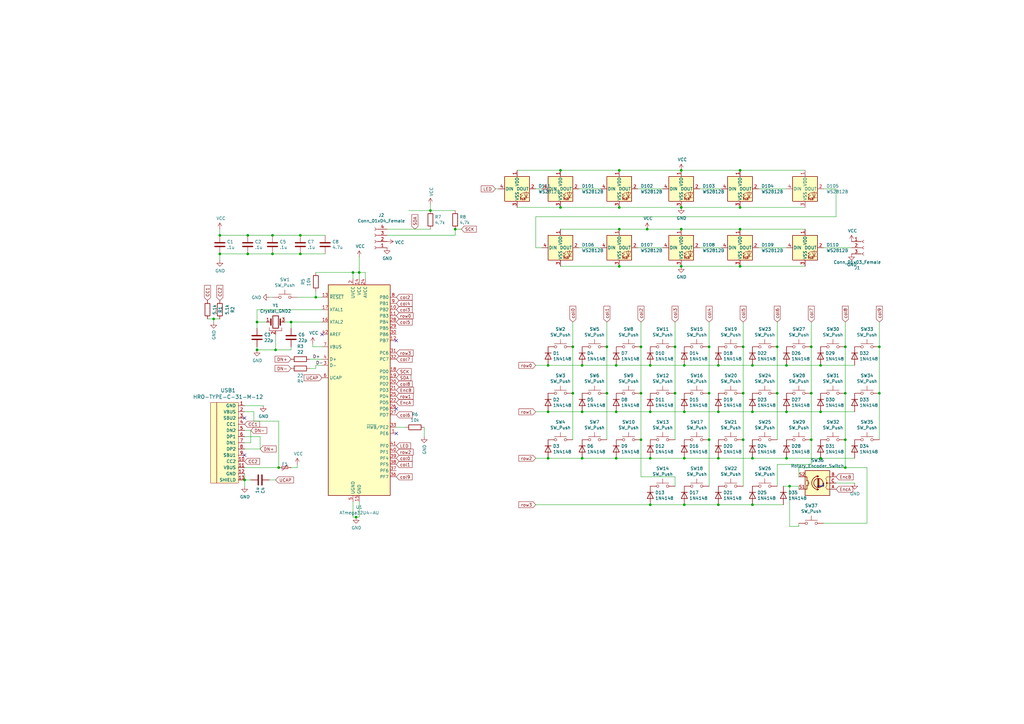
<source format=kicad_sch>
(kicad_sch (version 20211123) (generator eeschema)
  (paper "A3")
  (junction (at 262.89 180.34))
  (junction (at 346.71 161.29))
  (junction (at 254 93.98))
  (junction (at 336.55 187.96))
  (junction (at 224.79 168.91))
  (junction (at 322.58 168.91))
  (junction (at 280.67 168.91))
  (junction (at 304.8 180.34))
  (junction (at 308.61 168.91))
  (junction (at 101.6 96.52))
  (junction (at 303.53 93.98))
  (junction (at 304.8 161.29))
  (junction (at 262.89 142.24))
  (junction (at 90.17 96.52))
  (junction (at 279.4 93.98))
  (junction (at 336.55 149.86))
  (junction (at 323.85 199.39))
  (junction (at 248.92 142.24))
  (junction (at 248.92 161.29))
  (junction (at 276.86 161.29))
  (junction (at 229.87 69.85))
  (junction (at 276.86 142.24))
  (junction (at 119.38 132.08))
  (junction (at 332.74 180.34))
  (junction (at 290.83 180.34))
  (junction (at 105.41 132.08))
  (junction (at 346.71 191.77))
  (junction (at 105.41 143.51))
  (junction (at 322.58 149.86))
  (junction (at 113.03 143.51))
  (junction (at 252.73 187.96))
  (junction (at 252.73 149.86))
  (junction (at 304.8 142.24))
  (junction (at 254 69.85))
  (junction (at 254 109.22))
  (junction (at 262.89 161.29))
  (junction (at 252.73 168.91))
  (junction (at 360.68 161.29))
  (junction (at 266.7 168.91))
  (junction (at 279.4 85.09))
  (junction (at 123.19 96.52))
  (junction (at 332.74 161.29))
  (junction (at 265.43 93.98))
  (junction (at 279.4 109.22))
  (junction (at 234.95 161.29))
  (junction (at 308.61 187.96))
  (junction (at 146.05 212.09))
  (junction (at 100.33 196.85))
  (junction (at 266.7 207.01))
  (junction (at 308.61 149.86))
  (junction (at 114.3 191.77))
  (junction (at 129.54 121.92))
  (junction (at 238.76 187.96))
  (junction (at 280.67 149.86))
  (junction (at 279.4 69.85))
  (junction (at 254 85.09))
  (junction (at 186.69 93.98))
  (junction (at 318.77 142.24))
  (junction (at 318.77 161.29))
  (junction (at 238.76 168.91))
  (junction (at 322.58 187.96))
  (junction (at 303.53 85.09))
  (junction (at 266.7 149.86))
  (junction (at 280.67 207.01))
  (junction (at 290.83 161.29))
  (junction (at 238.76 149.86))
  (junction (at 308.61 207.01))
  (junction (at 332.74 142.24))
  (junction (at 147.32 111.76))
  (junction (at 336.55 168.91))
  (junction (at 87.63 130.81))
  (junction (at 144.78 111.76))
  (junction (at 229.87 85.09))
  (junction (at 224.79 187.96))
  (junction (at 266.7 187.96))
  (junction (at 360.68 142.24))
  (junction (at 234.95 142.24))
  (junction (at 294.64 149.86))
  (junction (at 123.19 104.14))
  (junction (at 346.71 180.34))
  (junction (at 346.71 142.24))
  (junction (at 303.53 69.85))
  (junction (at 111.76 104.14))
  (junction (at 294.64 168.91))
  (junction (at 90.17 104.14))
  (junction (at 294.64 187.96))
  (junction (at 290.83 142.24))
  (junction (at 224.79 149.86))
  (junction (at 280.67 187.96))
  (junction (at 176.53 86.36))
  (junction (at 303.53 109.22))
  (junction (at 101.6 104.14))
  (junction (at 294.64 207.01))
  (junction (at 111.76 96.52))
  (no_connect (at 162.56 139.7))
  (no_connect (at 100.33 171.45))
  (no_connect (at 162.56 167.64))
  (no_connect (at 132.08 137.16))
  (no_connect (at 162.56 177.8))
  (no_connect (at 100.33 186.69))
  (wire (pts (xy 111.76 96.52) (xy 101.6 96.52)))
  (wire (pts (xy 224.79 149.86) (xy 238.76 149.86)))
  (wire (pts (xy 100.33 168.91) (xy 104.14 168.91)))
  (wire (pts (xy 167.64 86.36) (xy 176.53 86.36)))
  (wire (pts (xy 303.53 109.22) (xy 279.4 109.22)))
  (wire (pts (xy 360.68 161.29) (xy 360.68 180.34)))
  (wire (pts (xy 203.2 77.47) (xy 204.47 77.47)))
  (wire (pts (xy 119.38 143.51) (xy 113.03 143.51)))
  (wire (pts (xy 229.87 93.98) (xy 254 93.98)))
  (wire (pts (xy 280.67 207.01) (xy 294.64 207.01)))
  (wire (pts (xy 186.69 93.98) (xy 189.23 93.98)))
  (wire (pts (xy 332.74 161.29) (xy 332.74 180.34)))
  (wire (pts (xy 342.9 77.47) (xy 342.9 88.9)))
  (wire (pts (xy 308.61 168.91) (xy 322.58 168.91)))
  (wire (pts (xy 229.87 69.85) (xy 212.09 69.85)))
  (wire (pts (xy 237.49 77.47) (xy 246.38 77.47)))
  (wire (pts (xy 311.15 77.47) (xy 322.58 77.47)))
  (wire (pts (xy 279.4 69.85) (xy 254 69.85)))
  (wire (pts (xy 113.03 137.16) (xy 113.03 143.51)))
  (wire (pts (xy 248.92 180.34) (xy 248.92 161.29)))
  (wire (pts (xy 105.41 132.08) (xy 105.41 127)))
  (wire (pts (xy 262.89 180.34) (xy 262.89 195.58)))
  (wire (pts (xy 337.82 101.6) (xy 349.25 101.6)))
  (wire (pts (xy 252.73 168.91) (xy 266.7 168.91)))
  (wire (pts (xy 346.71 142.24) (xy 346.71 132.08)))
  (wire (pts (xy 219.71 88.9) (xy 219.71 101.6)))
  (wire (pts (xy 248.92 142.24) (xy 248.92 132.08)))
  (wire (pts (xy 219.71 149.86) (xy 224.79 149.86)))
  (wire (pts (xy 280.67 149.86) (xy 294.64 149.86)))
  (wire (pts (xy 212.09 85.09) (xy 229.87 85.09)))
  (wire (pts (xy 332.74 190.5) (xy 332.74 180.34)))
  (wire (pts (xy 100.33 196.85) (xy 100.33 194.31)))
  (wire (pts (xy 303.53 93.98) (xy 330.2 93.98)))
  (wire (pts (xy 110.49 196.85) (xy 113.03 196.85)))
  (wire (pts (xy 337.82 214.63) (xy 355.6 214.63)))
  (wire (pts (xy 129.54 119.38) (xy 129.54 121.92)))
  (wire (pts (xy 123.19 96.52) (xy 111.76 96.52)))
  (wire (pts (xy 318.77 142.24) (xy 318.77 132.08)))
  (wire (pts (xy 101.6 96.52) (xy 90.17 96.52)))
  (wire (pts (xy 219.71 168.91) (xy 224.79 168.91)))
  (wire (pts (xy 276.86 180.34) (xy 276.86 161.29)))
  (wire (pts (xy 261.62 101.6) (xy 271.78 101.6)))
  (wire (pts (xy 303.53 85.09) (xy 330.2 85.09)))
  (wire (pts (xy 327.66 195.58) (xy 327.66 191.77)))
  (wire (pts (xy 144.78 212.09) (xy 146.05 212.09)))
  (wire (pts (xy 294.64 168.91) (xy 308.61 168.91)))
  (wire (pts (xy 350.52 198.12) (xy 342.9 198.12)))
  (wire (pts (xy 322.58 168.91) (xy 336.55 168.91)))
  (wire (pts (xy 327.66 215.9) (xy 327.66 214.63)))
  (wire (pts (xy 237.49 101.6) (xy 246.38 101.6)))
  (wire (pts (xy 147.32 111.76) (xy 144.78 111.76)))
  (wire (pts (xy 294.64 187.96) (xy 308.61 187.96)))
  (wire (pts (xy 219.71 77.47) (xy 222.25 77.47)))
  (wire (pts (xy 276.86 195.58) (xy 276.86 199.39)))
  (wire (pts (xy 262.89 142.24) (xy 262.89 132.08)))
  (wire (pts (xy 279.4 109.22) (xy 254 109.22)))
  (wire (pts (xy 330.2 109.22) (xy 303.53 109.22)))
  (wire (pts (xy 100.33 191.77) (xy 114.3 191.77)))
  (wire (pts (xy 322.58 149.86) (xy 336.55 149.86)))
  (wire (pts (xy 294.64 149.86) (xy 308.61 149.86)))
  (wire (pts (xy 110.49 121.92) (xy 111.76 121.92)))
  (wire (pts (xy 276.86 142.24) (xy 276.86 132.08)))
  (wire (pts (xy 133.35 96.52) (xy 123.19 96.52)))
  (wire (pts (xy 318.77 199.39) (xy 318.77 190.5)))
  (wire (pts (xy 287.02 77.47) (xy 295.91 77.47)))
  (wire (pts (xy 262.89 161.29) (xy 262.89 142.24)))
  (wire (pts (xy 254 69.85) (xy 229.87 69.85)))
  (wire (pts (xy 304.8 142.24) (xy 304.8 132.08)))
  (wire (pts (xy 254 85.09) (xy 279.4 85.09)))
  (wire (pts (xy 346.71 142.24) (xy 346.71 161.29)))
  (wire (pts (xy 129.54 111.76) (xy 144.78 111.76)))
  (wire (pts (xy 279.4 93.98) (xy 303.53 93.98)))
  (wire (pts (xy 294.64 207.01) (xy 308.61 207.01)))
  (wire (pts (xy 101.6 104.14) (xy 90.17 104.14)))
  (wire (pts (xy 265.43 93.98) (xy 279.4 93.98)))
  (wire (pts (xy 158.75 96.52) (xy 186.69 96.52)))
  (wire (pts (xy 111.76 104.14) (xy 101.6 104.14)))
  (wire (pts (xy 323.85 199.39) (xy 323.85 215.9)))
  (wire (pts (xy 147.32 105.41) (xy 147.32 111.76)))
  (wire (pts (xy 105.41 132.08) (xy 109.22 132.08)))
  (wire (pts (xy 146.05 212.09) (xy 147.32 212.09)))
  (wire (pts (xy 308.61 187.96) (xy 322.58 187.96)))
  (wire (pts (xy 332.74 132.08) (xy 332.74 142.24)))
  (wire (pts (xy 238.76 149.86) (xy 252.73 149.86)))
  (wire (pts (xy 144.78 111.76) (xy 144.78 114.3)))
  (wire (pts (xy 107.95 166.37) (xy 100.33 166.37)))
  (wire (pts (xy 280.67 168.91) (xy 294.64 168.91)))
  (wire (pts (xy 336.55 149.86) (xy 350.52 149.86)))
  (wire (pts (xy 114.3 172.72) (xy 114.3 191.77)))
  (wire (pts (xy 104.14 168.91) (xy 104.14 172.72)))
  (wire (pts (xy 127 151.13) (xy 129.54 151.13)))
  (wire (pts (xy 346.71 180.34) (xy 346.71 161.29)))
  (wire (pts (xy 266.7 187.96) (xy 280.67 187.96)))
  (wire (pts (xy 121.92 121.92) (xy 129.54 121.92)))
  (wire (pts (xy 224.79 187.96) (xy 238.76 187.96)))
  (wire (pts (xy 337.82 77.47) (xy 342.9 77.47)))
  (wire (pts (xy 129.54 121.92) (xy 132.08 121.92)))
  (wire (pts (xy 106.68 179.07) (xy 100.33 179.07)))
  (wire (pts (xy 311.15 101.6) (xy 322.58 101.6)))
  (wire (pts (xy 318.77 161.29) (xy 318.77 142.24)))
  (wire (pts (xy 176.53 86.36) (xy 186.69 86.36)))
  (wire (pts (xy 327.66 199.39) (xy 327.66 200.66)))
  (wire (pts (xy 104.14 172.72) (xy 114.3 172.72)))
  (wire (pts (xy 90.17 93.98) (xy 90.17 96.52)))
  (wire (pts (xy 149.86 114.3) (xy 149.86 111.76)))
  (wire (pts (xy 303.53 69.85) (xy 279.4 69.85)))
  (wire (pts (xy 262.89 195.58) (xy 276.86 195.58)))
  (wire (pts (xy 342.9 88.9) (xy 219.71 88.9)))
  (wire (pts (xy 304.8 161.29) (xy 304.8 142.24)))
  (wire (pts (xy 85.09 130.81) (xy 87.63 130.81)))
  (wire (pts (xy 144.78 205.74) (xy 144.78 212.09)))
  (wire (pts (xy 173.99 179.07) (xy 173.99 175.26)))
  (wire (pts (xy 248.92 161.29) (xy 248.92 142.24)))
  (wire (pts (xy 254 109.22) (xy 229.87 109.22)))
  (wire (pts (xy 287.02 101.6) (xy 295.91 101.6)))
  (wire (pts (xy 186.69 96.52) (xy 186.69 93.98)))
  (wire (pts (xy 127 147.32) (xy 132.08 147.32)))
  (wire (pts (xy 121.92 190.5) (xy 121.92 191.77)))
  (wire (pts (xy 121.92 191.77) (xy 119.38 191.77)))
  (wire (pts (xy 229.87 85.09) (xy 254 85.09)))
  (wire (pts (xy 129.54 149.86) (xy 132.08 149.86)))
  (wire (pts (xy 90.17 106.68) (xy 90.17 104.14)))
  (wire (pts (xy 166.37 175.26) (xy 162.56 175.26)))
  (wire (pts (xy 100.33 199.39) (xy 100.33 196.85)))
  (wire (pts (xy 113.03 143.51) (xy 105.41 143.51)))
  (wire (pts (xy 123.19 104.14) (xy 111.76 104.14)))
  (wire (pts (xy 346.71 191.77) (xy 346.71 180.34)))
  (wire (pts (xy 116.84 132.08) (xy 119.38 132.08)))
  (wire (pts (xy 266.7 168.91) (xy 280.67 168.91)))
  (wire (pts (xy 105.41 127) (xy 132.08 127)))
  (wire (pts (xy 290.83 142.24) (xy 290.83 132.08)))
  (wire (pts (xy 327.66 191.77) (xy 346.71 191.77)))
  (wire (pts (xy 119.38 132.08) (xy 119.38 134.62)))
  (wire (pts (xy 133.35 104.14) (xy 123.19 104.14)))
  (wire (pts (xy 219.71 101.6) (xy 222.25 101.6)))
  (wire (pts (xy 234.95 142.24) (xy 234.95 132.08)))
  (wire (pts (xy 355.6 214.63) (xy 355.6 191.77)))
  (wire (pts (xy 261.62 77.47) (xy 271.78 77.47)))
  (wire (pts (xy 323.85 199.39) (xy 327.66 199.39)))
  (wire (pts (xy 304.8 161.29) (xy 304.8 180.34)))
  (wire (pts (xy 360.68 161.29) (xy 360.68 142.24)))
  (wire (pts (xy 128.27 142.24) (xy 132.08 142.24)))
  (wire (pts (xy 254 93.98) (xy 265.43 93.98)))
  (wire (pts (xy 102.87 176.53) (xy 102.87 181.61)))
  (wire (pts (xy 147.32 111.76) (xy 147.32 114.3)))
  (wire (pts (xy 280.67 187.96) (xy 294.64 187.96)))
  (wire (pts (xy 87.63 130.81) (xy 87.63 132.08)))
  (wire (pts (xy 128.27 140.97) (xy 128.27 142.24)))
  (wire (pts (xy 318.77 190.5) (xy 332.74 190.5)))
  (wire (pts (xy 323.85 215.9) (xy 327.66 215.9)))
  (wire (pts (xy 119.38 142.24) (xy 119.38 143.51)))
  (wire (pts (xy 102.87 181.61) (xy 100.33 181.61)))
  (wire (pts (xy 266.7 207.01) (xy 280.67 207.01)))
  (wire (pts (xy 332.74 161.29) (xy 332.74 142.24)))
  (wire (pts (xy 266.7 149.86) (xy 280.67 149.86)))
  (wire (pts (xy 355.6 191.77) (xy 346.71 191.77)))
  (wire (pts (xy 360.68 142.24) (xy 360.68 132.08)))
  (wire (pts (xy 290.83 180.34) (xy 290.83 199.39)))
  (wire (pts (xy 318.77 180.34) (xy 318.77 161.29)))
  (wire (pts (xy 102.87 196.85) (xy 100.33 196.85)))
  (wire (pts (xy 129.54 151.13) (xy 129.54 149.86)))
  (wire (pts (xy 132.08 132.08) (xy 119.38 132.08)))
  (wire (pts (xy 149.86 111.76) (xy 147.32 111.76)))
  (wire (pts (xy 276.86 161.29) (xy 276.86 142.24)))
  (wire (pts (xy 308.61 149.86) (xy 322.58 149.86)))
  (wire (pts (xy 238.76 187.96) (xy 252.73 187.96)))
  (wire (pts (xy 252.73 187.96) (xy 266.7 187.96)))
  (wire (pts (xy 147.32 205.74) (xy 147.32 212.09)))
  (wire (pts (xy 106.68 184.15) (xy 100.33 184.15)))
  (wire (pts (xy 322.58 187.96) (xy 336.55 187.96)))
  (wire (pts (xy 219.71 187.96) (xy 224.79 187.96)))
  (wire (pts (xy 321.31 199.39) (xy 323.85 199.39)))
  (wire (pts (xy 321.31 207.01) (xy 308.61 207.01)))
  (wire (pts (xy 105.41 143.51) (xy 105.41 142.24)))
  (wire (pts (xy 224.79 168.91) (xy 238.76 168.91)))
  (wire (pts (xy 330.2 69.85) (xy 303.53 69.85)))
  (wire (pts (xy 304.8 180.34) (xy 304.8 199.39)))
  (wire (pts (xy 279.4 85.09) (xy 303.53 85.09)))
  (wire (pts (xy 176.53 83.82) (xy 176.53 86.36)))
  (wire (pts (xy 252.73 149.86) (xy 266.7 149.86)))
  (wire (pts (xy 219.71 207.01) (xy 266.7 207.01)))
  (wire (pts (xy 158.75 93.98) (xy 176.53 93.98)))
  (wire (pts (xy 336.55 187.96) (xy 350.52 187.96)))
  (wire (pts (xy 262.89 180.34) (xy 262.89 161.29)))
  (wire (pts (xy 234.95 180.34) (xy 234.95 161.29)))
  (wire (pts (xy 105.41 132.08) (xy 105.41 134.62)))
  (wire (pts (xy 336.55 168.91) (xy 350.52 168.91)))
  (wire (pts (xy 100.33 176.53) (xy 102.87 176.53)))
  (wire (pts (xy 234.95 161.29) (xy 234.95 142.24)))
  (bus (pts (xy 337.82 199.39) (xy 335.28 199.39)))
  (wire (pts (xy 106.68 184.15) (xy 106.68 179.07)))
  (wire (pts (xy 90.17 130.81) (xy 87.63 130.81)))
  (bus (pts (xy 337.82 198.12) (xy 337.82 199.39)))
  (wire (pts (xy 238.76 168.91) (xy 252.73 168.91)))
  (wire (pts (xy 290.83 180.34) (xy 290.83 161.29)))
  (wire (pts (xy 290.83 161.29) (xy 290.83 142.24)))
  (label "D+" (at 128.27 147.32 0))
  (label "D-" (at 129.54 149.86 0))
  (global_label "col2" (shape input) (at 262.89 132.08 90) (property "Intersheet References" "${INTERSHEET_REFS}" (effects hide)))
  (global_label "LED" (shape input) (at 203.2 77.47 180) (property "Intersheet References" "${INTERSHEET_REFS}" (effects hide)))
  (global_label "row2" (shape input) (at 162.56 185.42 0) (property "Intersheet References" "${INTERSHEET_REFS}" (effects hide)))
  (global_label "DN+" (shape input) (at 106.68 184.15 0) (property "Intersheet References" "${INTERSHEET_REFS}" (effects hide)))
  (global_label "CC2" (shape input) (at 90.17 123.19 90) (property "Intersheet References" "${INTERSHEET_REFS}" (effects hide)))
  (global_label "col4" (shape input) (at 290.83 132.08 90) (property "Intersheet References" "${INTERSHEET_REFS}" (effects hide)))
  (global_label "DN-" (shape input) (at 119.38 151.13 180) (property "Intersheet References" "${INTERSHEET_REFS}" (effects hide)))
  (global_label "DN-" (shape input) (at 102.87 176.53 0) (property "Intersheet References" "${INTERSHEET_REFS}" (effects hide)))
  (global_label "col5" (shape input) (at 304.8 132.08 90) (property "Intersheet References" "${INTERSHEET_REFS}" (effects hide)))
  (global_label "col3" (shape input) (at 162.56 127 0) (property "Intersheet References" "${INTERSHEET_REFS}" (effects hide)))
  (global_label "row2" (shape input) (at 219.71 187.96 180) (property "Intersheet References" "${INTERSHEET_REFS}" (effects hide)))
  (global_label "col9" (shape input) (at 360.68 132.08 90) (property "Intersheet References" "${INTERSHEET_REFS}" (effects hide)))
  (global_label "col4" (shape input) (at 162.56 124.46 0) (property "Intersheet References" "${INTERSHEET_REFS}" (effects hide)))
  (global_label "col6" (shape input) (at 318.77 132.08 90) (property "Intersheet References" "${INTERSHEET_REFS}" (effects hide)))
  (global_label "EncA" (shape input) (at 162.56 165.1 0) (property "Intersheet References" "${INTERSHEET_REFS}" (effects hide)))
  (global_label "row0" (shape input) (at 162.56 129.54 0) (property "Intersheet References" "${INTERSHEET_REFS}" (effects hide)))
  (global_label "CC1" (shape input) (at 85.09 123.19 90) (property "Intersheet References" "${INTERSHEET_REFS}" (effects hide)))
  (global_label "col5" (shape input) (at 162.56 132.08 0) (property "Intersheet References" "${INTERSHEET_REFS}" (effects hide)))
  (global_label "row3" (shape input) (at 219.71 207.01 180) (property "Intersheet References" "${INTERSHEET_REFS}" (effects hide)))
  (global_label "col7" (shape input) (at 332.74 132.08 90) (property "Intersheet References" "${INTERSHEET_REFS}" (effects hide)))
  (global_label "col8" (shape input) (at 162.56 157.48 0) (property "Intersheet References" "${INTERSHEET_REFS}" (effects hide)))
  (global_label "UCAP" (shape input) (at 113.03 196.85 0) (property "Intersheet References" "${INTERSHEET_REFS}" (effects hide)))
  (global_label "col2" (shape input) (at 162.56 121.92 0) (property "Intersheet References" "${INTERSHEET_REFS}" (effects hide)))
  (global_label "CC1" (shape input) (at 100.33 173.99 0) (property "Intersheet References" "${INTERSHEET_REFS}" (effects hide)))
  (global_label "col1" (shape input) (at 162.56 190.5 0) (property "Intersheet References" "${INTERSHEET_REFS}" (effects hide)))
  (global_label "EncA" (shape input) (at 342.9 200.66 0) (property "Intersheet References" "${INTERSHEET_REFS}" (effects hide)))
  (global_label "col9" (shape input) (at 162.56 195.58 0) (property "Intersheet References" "${INTERSHEET_REFS}" (effects hide)))
  (global_label "col7" (shape input) (at 162.56 147.32 0) (property "Intersheet References" "${INTERSHEET_REFS}" (effects hide)))
  (global_label "SDA" (shape input) (at 162.56 154.94 0) (property "Intersheet References" "${INTERSHEET_REFS}" (effects hide)))
  (global_label "EncB" (shape input) (at 162.56 160.02 0) (property "Intersheet References" "${INTERSHEET_REFS}" (effects hide)))
  (global_label "CC2" (shape input) (at 100.33 189.23 0) (property "Intersheet References" "${INTERSHEET_REFS}" (effects hide)))
  (global_label "SDA" (shape input) (at 170.18 93.98 90) (property "Intersheet References" "${INTERSHEET_REFS}" (effects hide)))
  (global_label "row3" (shape input) (at 162.56 144.78 0) (property "Intersheet References" "${INTERSHEET_REFS}" (effects hide)))
  (global_label "SCK" (shape input) (at 162.56 152.4 0) (property "Intersheet References" "${INTERSHEET_REFS}" (effects hide)))
  (global_label "row1" (shape input) (at 162.56 162.56 0) (property "Intersheet References" "${INTERSHEET_REFS}" (effects hide)))
  (global_label "col6" (shape input) (at 162.56 170.18 0) (property "Intersheet References" "${INTERSHEET_REFS}" (effects hide)))
  (global_label "SCK" (shape input) (at 189.23 93.98 0) (property "Intersheet References" "${INTERSHEET_REFS}" (effects hide)))
  (global_label "row1" (shape input) (at 219.71 168.91 180) (property "Intersheet References" "${INTERSHEET_REFS}" (effects hide)))
  (global_label "EncB" (shape input) (at 342.9 195.58 0) (property "Intersheet References" "${INTERSHEET_REFS}" (effects hide)))
  (global_label "row0" (shape input) (at 219.71 149.86 180) (property "Intersheet References" "${INTERSHEET_REFS}" (effects hide)))
  (global_label "col0" (shape input) (at 234.95 132.08 90) (property "Intersheet References" "${INTERSHEET_REFS}" (effects hide)))
  (global_label "col3" (shape input) (at 276.86 132.08 90) (property "Intersheet References" "${INTERSHEET_REFS}" (effects hide)))
  (global_label "col1" (shape input) (at 248.92 132.08 90) (property "Intersheet References" "${INTERSHEET_REFS}" (effects hide)))
  (global_label "LED" (shape input) (at 162.56 182.88 0) (property "Intersheet References" "${INTERSHEET_REFS}" (effects hide)))
  (global_label "col0" (shape input) (at 162.56 187.96 0) (property "Intersheet References" "${INTERSHEET_REFS}" (effects hide)))
  (global_label "UCAP" (shape input) (at 132.08 154.94 180) (property "Intersheet References" "${INTERSHEET_REFS}" (effects hide)))
  (global_label "col8" (shape input) (at 346.71 132.08 90) (property "Intersheet References" "${INTERSHEET_REFS}" (effects hide)))
  (global_label "DN+" (shape input) (at 119.38 147.32 180) (property "Intersheet References" "${INTERSHEET_REFS}" (effects hide)))
  (symbol (lib_id "Switch:SW_Push") (at 327.66 161.29 0) (unit 1)
    (property "Reference" "SW28" (at 327.66 154.051 0))
    (property "Value" "SW_Push" (at 327.66 156.3624 0))
    (property "Footprint" "Keebio-Parts:MX-Alps-Choc-1U-NoLED" (effects hide))
  )
  (symbol (lib_id "Diode:1N4148") (at 322.58 165.1 270) (unit 1)
    (property "Reference" "D27" (at 324.5866 163.9316 90) (effects (justify left)))
    (property "Value" "1N4148" (at 324.5866 166.243 90) (effects (justify left)))
    (property "Footprint" "Keebio-Parts:D_SOD123" (effects hide))
    (property "Datasheet" "https://assets.nexperia.com/documents/data-sheet/1N4148_1N4448.pdf" (effects hide))
  )
  (symbol (lib_id "LeChiffre-rescue:ATmega32U4-AU-MCU_Microchip_ATmega-brutal33-rescue-ErgoBoard-rescue") (at 147.32 160.02 0) (unit 1)
    (property "Reference" "U1" (at 147.32 208.0006 0))
    (property "Value" "ATmega32U4-AU" (at 147.32 210.312 0))
    (property "Footprint" "Keebio-Parts:ATMEGA32U4-AU" (effects hide))
    (property "Datasheet" "http://ww1.microchip.com/downloads/en/DeviceDoc/Atmel-7766-8-bit-AVR-ATmega16U4-32U4_Datasheet.pdf" (effects hide))
  )
  (symbol (lib_id "Switch:SW_Push") (at 299.72 199.39 0) (unit 1)
    (property "Reference" "SW22" (at 299.72 192.151 0))
    (property "Value" "SW_Push" (at 299.72 194.4624 0))
    (property "Footprint" "Keebio-Parts:MX-Alps-Choc-2U-StabFlip" (effects hide))
  )
  (symbol (lib_id "Switch:SW_Push") (at 285.75 199.39 0) (unit 1)
    (property "Reference" "SW18" (at 285.75 192.151 0))
    (property "Value" "SW_Push" (at 285.75 194.4624 0))
    (property "Footprint" "Keebio-Parts:MX-Alps-Choc-2U-StabFlip" (effects hide))
  )
  (symbol (lib_id "Diode:1N4148") (at 294.64 203.2 270) (unit 1)
    (property "Reference" "D21" (at 296.6466 202.0316 90) (effects (justify left)))
    (property "Value" "1N4148" (at 296.6466 204.343 90) (effects (justify left)))
    (property "Footprint" "Keebio-Parts:D_SOD123" (effects hide))
    (property "Datasheet" "https://assets.nexperia.com/documents/data-sheet/1N4148_1N4448.pdf" (effects hide))
  )
  (symbol (lib_id "Diode:1N4148") (at 280.67 203.2 270) (unit 1)
    (property "Reference" "D17" (at 282.6766 202.0316 90) (effects (justify left)))
    (property "Value" "1N4148" (at 282.6766 204.343 90) (effects (justify left)))
    (property "Footprint" "Keebio-Parts:D_SOD123" (effects hide))
    (property "Datasheet" "https://assets.nexperia.com/documents/data-sheet/1N4148_1N4448.pdf" (effects hide))
  )
  (symbol (lib_id "Switch:SW_Push") (at 355.6 161.29 0) (unit 1)
    (property "Reference" "SW34" (at 355.6 154.051 0))
    (property "Value" "SW_Push" (at 355.6 156.3624 0))
    (property "Footprint" "Keebio-Parts:MX-Alps-Choc-1U-NoLED" (effects hide))
  )
  (symbol (lib_id "Diode:1N4148") (at 350.52 165.1 270) (unit 1)
    (property "Reference" "D33" (at 352.5266 163.9316 90) (effects (justify left)))
    (property "Value" "1N4148" (at 352.5266 166.243 90) (effects (justify left)))
    (property "Footprint" "Keebio-Parts:D_SOD123" (effects hide))
    (property "Datasheet" "https://assets.nexperia.com/documents/data-sheet/1N4148_1N4448.pdf" (effects hide))
  )
  (symbol (lib_id "Switch:SW_Push") (at 341.63 161.29 0) (unit 1)
    (property "Reference" "SW31" (at 341.63 154.051 0))
    (property "Value" "SW_Push" (at 341.63 156.3624 0))
    (property "Footprint" "Keebio-Parts:MX-Alps-Choc-1U-NoLED" (effects hide))
  )
  (symbol (lib_id "Diode:1N4148") (at 336.55 165.1 270) (unit 1)
    (property "Reference" "D30" (at 338.5566 163.9316 90) (effects (justify left)))
    (property "Value" "1N4148" (at 338.5566 166.243 90) (effects (justify left)))
    (property "Footprint" "Keebio-Parts:D_SOD123" (effects hide))
    (property "Datasheet" "https://assets.nexperia.com/documents/data-sheet/1N4148_1N4448.pdf" (effects hide))
  )
  (symbol (lib_id "Switch:SW_Push") (at 271.78 161.29 0) (unit 1)
    (property "Reference" "SW12" (at 271.78 154.051 0))
    (property "Value" "SW_Push" (at 271.78 156.3624 0))
    (property "Footprint" "Keebio-Parts:MX-Alps-Choc-1U-NoLED" (effects hide))
  )
  (symbol (lib_id "Diode:1N4148") (at 266.7 165.1 270) (unit 1)
    (property "Reference" "D11" (at 268.7066 163.9316 90) (effects (justify left)))
    (property "Value" "1N4148" (at 268.7066 166.243 90) (effects (justify left)))
    (property "Footprint" "Keebio-Parts:D_SOD123" (effects hide))
    (property "Datasheet" "https://assets.nexperia.com/documents/data-sheet/1N4148_1N4448.pdf" (effects hide))
  )
  (symbol (lib_id "Switch:SW_Push") (at 285.75 161.29 0) (unit 1)
    (property "Reference" "SW16" (at 285.75 154.051 0))
    (property "Value" "SW_Push" (at 285.75 156.3624 0))
    (property "Footprint" "Keebio-Parts:MX-Alps-Choc-1U-NoLED" (effects hide))
  )
  (symbol (lib_id "Diode:1N4148") (at 280.67 165.1 270) (unit 1)
    (property "Reference" "D15" (at 282.6766 163.9316 90) (effects (justify left)))
    (property "Value" "1N4148" (at 282.6766 166.243 90) (effects (justify left)))
    (property "Footprint" "Keebio-Parts:D_SOD123" (effects hide))
    (property "Datasheet" "https://assets.nexperia.com/documents/data-sheet/1N4148_1N4448.pdf" (effects hide))
  )
  (symbol (lib_id "Switch:SW_Push") (at 229.87 161.29 0) (unit 1)
    (property "Reference" "SW3" (at 229.87 154.051 0))
    (property "Value" "SW_Push" (at 229.87 156.3624 0))
    (property "Footprint" "Keebio-Parts:MX-Alps-Choc-1U-NoLED" (effects hide))
  )
  (symbol (lib_id "Diode:1N4148") (at 224.79 165.1 270) (unit 1)
    (property "Reference" "D2" (at 226.7966 163.9316 90) (effects (justify left)))
    (property "Value" "1N4148" (at 226.7966 166.243 90) (effects (justify left)))
    (property "Footprint" "Keebio-Parts:D_SOD123" (effects hide))
    (property "Datasheet" "https://assets.nexperia.com/documents/data-sheet/1N4148_1N4448.pdf" (effects hide))
  )
  (symbol (lib_id "Switch:SW_Push") (at 257.81 161.29 0) (unit 1)
    (property "Reference" "SW9" (at 257.81 154.051 0))
    (property "Value" "SW_Push" (at 257.81 156.3624 0))
    (property "Footprint" "Keebio-Parts:MX-Alps-Choc-1U-NoLED" (effects hide))
  )
  (symbol (lib_id "Diode:1N4148") (at 252.73 165.1 270) (unit 1)
    (property "Reference" "D8" (at 254.7366 163.9316 90) (effects (justify left)))
    (property "Value" "1N4148" (at 254.7366 166.243 90) (effects (justify left)))
    (property "Footprint" "Keebio-Parts:D_SOD123" (effects hide))
    (property "Datasheet" "https://assets.nexperia.com/documents/data-sheet/1N4148_1N4448.pdf" (effects hide))
  )
  (symbol (lib_id "Switch:SW_Push") (at 243.84 161.29 0) (unit 1)
    (property "Reference" "SW6" (at 243.84 154.051 0))
    (property "Value" "SW_Push" (at 243.84 156.3624 0))
    (property "Footprint" "Keebio-Parts:MX-Alps-Choc-1U-NoLED" (effects hide))
  )
  (symbol (lib_id "Diode:1N4148") (at 238.76 165.1 270) (unit 1)
    (property "Reference" "D5" (at 240.7666 163.9316 90) (effects (justify left)))
    (property "Value" "1N4148" (at 240.7666 166.243 90) (effects (justify left)))
    (property "Footprint" "Keebio-Parts:D_SOD123" (effects hide))
    (property "Datasheet" "https://assets.nexperia.com/documents/data-sheet/1N4148_1N4448.pdf" (effects hide))
  )
  (symbol (lib_id "Switch:SW_Push") (at 299.72 161.29 0) (unit 1)
    (property "Reference" "SW20" (at 299.72 154.051 0))
    (property "Value" "SW_Push" (at 299.72 156.3624 0))
    (property "Footprint" "Keebio-Parts:MX-Alps-Choc-1U-NoLED" (effects hide))
  )
  (symbol (lib_id "Diode:1N4148") (at 294.64 165.1 270) (unit 1)
    (property "Reference" "D19" (at 296.6466 163.9316 90) (effects (justify left)))
    (property "Value" "1N4148" (at 296.6466 166.243 90) (effects (justify left)))
    (property "Footprint" "Keebio-Parts:D_SOD123" (effects hide))
    (property "Datasheet" "https://assets.nexperia.com/documents/data-sheet/1N4148_1N4448.pdf" (effects hide))
  )
  (symbol (lib_id "Switch:SW_Push") (at 313.69 161.29 0) (unit 1)
    (property "Reference" "SW24" (at 313.69 154.051 0))
    (property "Value" "SW_Push" (at 313.69 156.3624 0))
    (property "Footprint" "Keebio-Parts:MX-Alps-Choc-1U-NoLED" (effects hide))
  )
  (symbol (lib_id "Diode:1N4148") (at 308.61 165.1 270) (unit 1)
    (property "Reference" "D23" (at 310.6166 163.9316 90) (effects (justify left)))
    (property "Value" "1N4148" (at 310.6166 166.243 90) (effects (justify left)))
    (property "Footprint" "Keebio-Parts:D_SOD123" (effects hide))
    (property "Datasheet" "https://assets.nexperia.com/documents/data-sheet/1N4148_1N4448.pdf" (effects hide))
  )
  (symbol (lib_id "Switch:SW_Push") (at 299.72 142.24 0) (unit 1)
    (property "Reference" "SW19" (at 299.72 135.001 0))
    (property "Value" "SW_Push" (at 299.72 137.3124 0))
    (property "Footprint" "Keebio-Parts:MX-Alps-Choc-1U-NoLED" (effects hide))
  )
  (symbol (lib_id "Diode:1N4148") (at 294.64 146.05 270) (unit 1)
    (property "Reference" "D18" (at 296.6466 144.8816 90) (effects (justify left)))
    (property "Value" "1N4148" (at 296.6466 147.193 90) (effects (justify left)))
    (property "Footprint" "Keebio-Parts:D_SOD123" (effects hide))
    (property "Datasheet" "https://assets.nexperia.com/documents/data-sheet/1N4148_1N4448.pdf" (effects hide))
  )
  (symbol (lib_id "Switch:SW_Push") (at 257.81 142.24 0) (unit 1)
    (property "Reference" "SW8" (at 257.81 135.001 0))
    (property "Value" "SW_Push" (at 257.81 137.3124 0))
    (property "Footprint" "Keebio-Parts:MX-Alps-Choc-1U-NoLED" (effects hide))
  )
  (symbol (lib_id "Diode:1N4148") (at 252.73 146.05 270) (unit 1)
    (property "Reference" "D7" (at 254.7366 144.8816 90) (effects (justify left)))
    (property "Value" "1N4148" (at 254.7366 147.193 90) (effects (justify left)))
    (property "Footprint" "Keebio-Parts:D_SOD123" (effects hide))
    (property "Datasheet" "https://assets.nexperia.com/documents/data-sheet/1N4148_1N4448.pdf" (effects hide))
  )
  (symbol (lib_id "Switch:SW_Push") (at 327.66 142.24 0) (unit 1)
    (property "Reference" "SW27" (at 327.66 135.001 0))
    (property "Value" "SW_Push" (at 327.66 137.3124 0))
    (property "Footprint" "Keebio-Parts:MX-Alps-Choc-1U-NoLED" (effects hide))
  )
  (symbol (lib_id "Diode:1N4148") (at 322.58 146.05 270) (unit 1)
    (property "Reference" "D26" (at 324.5866 144.8816 90) (effects (justify left)))
    (property "Value" "1N4148" (at 324.5866 147.193 90) (effects (justify left)))
    (property "Footprint" "Keebio-Parts:D_SOD123" (effects hide))
    (property "Datasheet" "https://assets.nexperia.com/documents/data-sheet/1N4148_1N4448.pdf" (effects hide))
  )
  (symbol (lib_id "Switch:SW_Push") (at 285.75 142.24 0) (unit 1)
    (property "Reference" "SW15" (at 285.75 135.001 0))
    (property "Value" "SW_Push" (at 285.75 137.3124 0))
    (property "Footprint" "Keebio-Parts:MX-Alps-Choc-1U-NoLED" (effects hide))
  )
  (symbol (lib_id "Diode:1N4148") (at 280.67 146.05 270) (unit 1)
    (property "Reference" "D14" (at 282.6766 144.8816 90) (effects (justify left)))
    (property "Value" "1N4148" (at 282.6766 147.193 90) (effects (justify left)))
    (property "Footprint" "Keebio-Parts:D_SOD123" (effects hide))
    (property "Datasheet" "https://assets.nexperia.com/documents/data-sheet/1N4148_1N4448.pdf" (effects hide))
  )
  (symbol (lib_id "Switch:SW_Push") (at 355.6 142.24 0) (unit 1)
    (property "Reference" "SW33" (at 355.6 135.001 0))
    (property "Value" "SW_Push" (at 355.6 137.3124 0))
    (property "Footprint" "Keebio-Parts:MX-Alps-Choc-1U-NoLED" (effects hide))
  )
  (symbol (lib_id "Diode:1N4148") (at 350.52 146.05 270) (unit 1)
    (property "Reference" "D32" (at 352.5266 144.8816 90) (effects (justify left)))
    (property "Value" "1N4148" (at 352.5266 147.193 90) (effects (justify left)))
    (property "Footprint" "Keebio-Parts:D_SOD123" (effects hide))
    (property "Datasheet" "https://assets.nexperia.com/documents/data-sheet/1N4148_1N4448.pdf" (effects hide))
  )
  (symbol (lib_id "Switch:SW_Push") (at 271.78 142.24 0) (unit 1)
    (property "Reference" "SW11" (at 271.78 135.001 0))
    (property "Value" "SW_Push" (at 271.78 137.3124 0))
    (property "Footprint" "Keebio-Parts:MX-Alps-Choc-1U-NoLED" (effects hide))
  )
  (symbol (lib_id "Diode:1N4148") (at 266.7 146.05 270) (unit 1)
    (property "Reference" "D10" (at 268.7066 144.8816 90) (effects (justify left)))
    (property "Value" "1N4148" (at 268.7066 147.193 90) (effects (justify left)))
    (property "Footprint" "Keebio-Parts:D_SOD123" (effects hide))
    (property "Datasheet" "https://assets.nexperia.com/documents/data-sheet/1N4148_1N4448.pdf" (effects hide))
  )
  (symbol (lib_id "Switch:SW_Push") (at 229.87 142.24 0) (unit 1)
    (property "Reference" "SW2" (at 229.87 135.001 0))
    (property "Value" "SW_Push" (at 229.87 137.3124 0))
    (property "Footprint" "Keebio-Parts:MX-Alps-Choc-1U-NoLED" (effects hide))
  )
  (symbol (lib_id "Diode:1N4148") (at 224.79 146.05 270) (unit 1)
    (property "Reference" "D1" (at 226.7966 144.8816 90) (effects (justify left)))
    (property "Value" "1N4148" (at 226.7966 147.193 90) (effects (justify left)))
    (property "Footprint" "Keebio-Parts:D_SOD123" (effects hide))
    (property "Datasheet" "https://assets.nexperia.com/documents/data-sheet/1N4148_1N4448.pdf" (effects hide))
  )
  (symbol (lib_id "Switch:SW_Push") (at 243.84 142.24 0) (unit 1)
    (property "Reference" "SW5" (at 243.84 135.001 0))
    (property "Value" "SW_Push" (at 243.84 137.3124 0))
    (property "Footprint" "Keebio-Parts:MX-Alps-Choc-1U-NoLED" (effects hide))
  )
  (symbol (lib_id "Diode:1N4148") (at 238.76 146.05 270) (unit 1)
    (property "Reference" "D4" (at 240.7666 144.8816 90) (effects (justify left)))
    (property "Value" "1N4148" (at 240.7666 147.193 90) (effects (justify left)))
    (property "Footprint" "Keebio-Parts:D_SOD123" (effects hide))
    (property "Datasheet" "https://assets.nexperia.com/documents/data-sheet/1N4148_1N4448.pdf" (effects hide))
  )
  (symbol (lib_id "Switch:SW_Push") (at 313.69 142.24 0) (unit 1)
    (property "Reference" "SW23" (at 313.69 135.001 0))
    (property "Value" "SW_Push" (at 313.69 137.3124 0))
    (property "Footprint" "Keebio-Parts:MX-Alps-Choc-1U-NoLED" (effects hide))
  )
  (symbol (lib_id "Diode:1N4148") (at 308.61 146.05 270) (unit 1)
    (property "Reference" "D22" (at 310.6166 144.8816 90) (effects (justify left)))
    (property "Value" "1N4148" (at 310.6166 147.193 90) (effects (justify left)))
    (property "Footprint" "Keebio-Parts:D_SOD123" (effects hide))
    (property "Datasheet" "https://assets.nexperia.com/documents/data-sheet/1N4148_1N4448.pdf" (effects hide))
  )
  (symbol (lib_id "Switch:SW_Push") (at 341.63 142.24 0) (unit 1)
    (property "Reference" "SW30" (at 341.63 135.001 0))
    (property "Value" "SW_Push" (at 341.63 137.3124 0))
    (property "Footprint" "Keebio-Parts:MX-Alps-Choc-1U-NoLED" (effects hide))
  )
  (symbol (lib_id "Diode:1N4148") (at 336.55 146.05 270) (unit 1)
    (property "Reference" "D29" (at 338.5566 144.8816 90) (effects (justify left)))
    (property "Value" "1N4148" (at 338.5566 147.193 90) (effects (justify left)))
    (property "Footprint" "Keebio-Parts:D_SOD123" (effects hide))
    (property "Datasheet" "https://assets.nexperia.com/documents/data-sheet/1N4148_1N4448.pdf" (effects hide))
  )
  (symbol (lib_id "Switch:SW_Push") (at 299.72 180.34 0) (unit 1)
    (property "Reference" "SW21" (at 299.72 173.101 0))
    (property "Value" "SW_Push" (at 299.72 175.4124 0))
    (property "Footprint" "Keebio-Parts:MX-Alps-Choc-1U-NoLED" (effects hide))
  )
  (symbol (lib_id "Diode:1N4148") (at 294.64 184.15 270) (unit 1)
    (property "Reference" "D20" (at 296.6466 182.9816 90) (effects (justify left)))
    (property "Value" "1N4148" (at 296.6466 185.293 90) (effects (justify left)))
    (property "Footprint" "Keebio-Parts:D_SOD123" (effects hide))
    (property "Datasheet" "https://assets.nexperia.com/documents/data-sheet/1N4148_1N4448.pdf" (effects hide))
  )
  (symbol (lib_id "Switch:SW_Push") (at 355.6 180.34 0) (unit 1)
    (property "Reference" "SW35" (at 355.6 173.101 0))
    (property "Value" "SW_Push" (at 355.6 175.4124 0))
    (property "Footprint" "Keebio-Parts:MX-Alps-Choc-1U-NoLED" (effects hide))
  )
  (symbol (lib_id "Diode:1N4148") (at 350.52 184.15 270) (unit 1)
    (property "Reference" "D34" (at 352.5266 182.9816 90) (effects (justify left)))
    (property "Value" "1N4148" (at 352.5266 185.293 90) (effects (justify left)))
    (property "Footprint" "Keebio-Parts:D_SOD123" (effects hide))
    (property "Datasheet" "https://assets.nexperia.com/documents/data-sheet/1N4148_1N4448.pdf" (effects hide))
  )
  (symbol (lib_id "Switch:SW_Push") (at 243.84 180.34 0) (unit 1)
    (property "Reference" "SW7" (at 243.84 173.101 0))
    (property "Value" "SW_Push" (at 243.84 175.4124 0))
    (property "Footprint" "Keebio-Parts:MX-Alps-Choc-1U-NoLED" (effects hide))
  )
  (symbol (lib_id "Diode:1N4148") (at 238.76 184.15 270) (unit 1)
    (property "Reference" "D6" (at 240.7666 182.9816 90) (effects (justify left)))
    (property "Value" "1N4148" (at 240.7666 185.293 90) (effects (justify left)))
    (property "Footprint" "Keebio-Parts:D_SOD123" (effects hide))
    (property "Datasheet" "https://assets.nexperia.com/documents/data-sheet/1N4148_1N4448.pdf" (effects hide))
  )
  (symbol (lib_id "Switch:SW_Push") (at 285.75 180.34 0) (unit 1)
    (property "Reference" "SW17" (at 285.75 173.101 0))
    (property "Value" "SW_Push" (at 285.75 175.4124 0))
    (property "Footprint" "Keebio-Parts:MX-Alps-Choc-1U-NoLED" (effects hide))
  )
  (symbol (lib_id "Diode:1N4148") (at 280.67 184.15 270) (unit 1)
    (property "Reference" "D16" (at 282.6766 182.9816 90) (effects (justify left)))
    (property "Value" "1N4148" (at 282.6766 185.293 90) (effects (justify left)))
    (property "Footprint" "Keebio-Parts:D_SOD123" (effects hide))
    (property "Datasheet" "https://assets.nexperia.com/documents/data-sheet/1N4148_1N4448.pdf" (effects hide))
  )
  (symbol (lib_id "Switch:SW_Push") (at 257.81 180.34 0) (unit 1)
    (property "Reference" "SW10" (at 257.81 173.101 0))
    (property "Value" "SW_Push" (at 257.81 175.4124 0))
    (property "Footprint" "Keebio-Parts:MX-Alps-Choc-1U-NoLED" (effects hide))
  )
  (symbol (lib_id "Diode:1N4148") (at 252.73 184.15 270) (unit 1)
    (property "Reference" "D9" (at 254.7366 182.9816 90) (effects (justify left)))
    (property "Value" "1N4148" (at 254.7366 185.293 90) (effects (justify left)))
    (property "Footprint" "Keebio-Parts:D_SOD123" (effects hide))
    (property "Datasheet" "https://assets.nexperia.com/documents/data-sheet/1N4148_1N4448.pdf" (effects hide))
  )
  (symbol (lib_id "Switch:SW_Push") (at 341.63 180.34 0) (unit 1)
    (property "Reference" "SW32" (at 341.63 173.101 0))
    (property "Value" "SW_Push" (at 341.63 175.4124 0))
    (property "Footprint" "Keebio-Parts:MX-Alps-Choc-1U-NoLED" (effects hide))
  )
  (symbol (lib_id "Diode:1N4148") (at 336.55 184.15 270) (unit 1)
    (property "Reference" "D31" (at 338.5566 182.9816 90) (effects (justify left)))
    (property "Value" "1N4148" (at 338.5566 185.293 90) (effects (justify left)))
    (property "Footprint" "Keebio-Parts:D_SOD123" (effects hide))
    (property "Datasheet" "https://assets.nexperia.com/documents/data-sheet/1N4148_1N4448.pdf" (effects hide))
  )
  (symbol (lib_id "Switch:SW_Push") (at 229.87 180.34 0) (unit 1)
    (property "Reference" "SW4" (at 229.87 173.101 0))
    (property "Value" "SW_Push" (at 229.87 175.4124 0))
    (property "Footprint" "Keebio-Parts:MX-Alps-Choc-1U-NoLED" (effects hide))
  )
  (symbol (lib_id "Diode:1N4148") (at 224.79 184.15 270) (unit 1)
    (property "Reference" "D3" (at 226.7966 182.9816 90) (effects (justify left)))
    (property "Value" "1N4148" (at 226.7966 185.293 90) (effects (justify left)))
    (property "Footprint" "Keebio-Parts:D_SOD123" (effects hide))
    (property "Datasheet" "https://assets.nexperia.com/documents/data-sheet/1N4148_1N4448.pdf" (effects hide))
  )
  (symbol (lib_id "Switch:SW_Push") (at 313.69 180.34 0) (unit 1)
    (property "Reference" "SW25" (at 313.69 173.101 0))
    (property "Value" "SW_Push" (at 313.69 175.4124 0))
    (property "Footprint" "Keebio-Parts:MX-Alps-Choc-1U-NoLED" (effects hide))
  )
  (symbol (lib_id "Diode:1N4148") (at 308.61 184.15 270) (unit 1)
    (property "Reference" "D24" (at 310.6166 182.9816 90) (effects (justify left)))
    (property "Value" "1N4148" (at 310.6166 185.293 90) (effects (justify left)))
    (property "Footprint" "Keebio-Parts:D_SOD123" (effects hide))
    (property "Datasheet" "https://assets.nexperia.com/documents/data-sheet/1N4148_1N4448.pdf" (effects hide))
  )
  (symbol (lib_id "Switch:SW_Push") (at 271.78 180.34 0) (unit 1)
    (property "Reference" "SW13" (at 271.78 173.101 0))
    (property "Value" "SW_Push" (at 271.78 175.4124 0))
    (property "Footprint" "Keebio-Parts:MX-Alps-Choc-1U-NoLED" (effects hide))
  )
  (symbol (lib_id "Diode:1N4148") (at 266.7 184.15 270) (unit 1)
    (property "Reference" "D12" (at 268.7066 182.9816 90) (effects (justify left)))
    (property "Value" "1N4148" (at 268.7066 185.293 90) (effects (justify left)))
    (property "Footprint" "Keebio-Parts:D_SOD123" (effects hide))
    (property "Datasheet" "https://assets.nexperia.com/documents/data-sheet/1N4148_1N4448.pdf" (effects hide))
  )
  (symbol (lib_id "Switch:SW_Push") (at 327.66 180.34 0) (unit 1)
    (property "Reference" "SW29" (at 327.66 173.101 0))
    (property "Value" "SW_Push" (at 327.66 175.4124 0))
    (property "Footprint" "Keebio-Parts:MX-Alps-Choc-1U-NoLED" (effects hide))
  )
  (symbol (lib_id "Diode:1N4148") (at 322.58 184.15 270) (unit 1)
    (property "Reference" "D28" (at 324.5866 182.9816 90) (effects (justify left)))
    (property "Value" "1N4148" (at 324.5866 185.293 90) (effects (justify left)))
    (property "Footprint" "Keebio-Parts:D_SOD123" (effects hide))
    (property "Datasheet" "https://assets.nexperia.com/documents/data-sheet/1N4148_1N4448.pdf" (effects hide))
  )
  (symbol (lib_id "Switch:SW_Push") (at 271.78 199.39 0) (unit 1)
    (property "Reference" "SW14" (at 271.78 192.151 0))
    (property "Value" "SW_Push" (at 271.78 194.4624 0))
    (property "Footprint" "Keebio-Parts:MX-Alps-Choc-1U-NoLED" (effects hide))
  )
  (symbol (lib_id "Diode:1N4148") (at 266.7 203.2 270) (unit 1)
    (property "Reference" "D13" (at 268.7066 202.0316 90) (effects (justify left)))
    (property "Value" "1N4148" (at 268.7066 204.343 90) (effects (justify left)))
    (property "Footprint" "Keebio-Parts:D_SOD123" (effects hide))
    (property "Datasheet" "https://assets.nexperia.com/documents/data-sheet/1N4148_1N4448.pdf" (effects hide))
  )
  (symbol (lib_id "Switch:SW_Push") (at 313.69 199.39 0) (unit 1)
    (property "Reference" "SW26" (at 313.69 192.151 0))
    (property "Value" "SW_Push" (at 313.69 194.4624 0))
    (property "Footprint" "Keebio-Parts:MX-Alps-Choc-1U-NoLED" (effects hide))
  )
  (symbol (lib_id "Diode:1N4148") (at 308.61 203.2 270) (unit 1)
    (property "Reference" "D25" (at 310.6166 202.0316 90) (effects (justify left)))
    (property "Value" "1N4148" (at 310.6166 204.343 90) (effects (justify left)))
    (property "Footprint" "Keebio-Parts:D_SOD123" (effects hide))
    (property "Datasheet" "https://assets.nexperia.com/documents/data-sheet/1N4148_1N4448.pdf" (effects hide))
  )
  (symbol (lib_id "power:GND") (at 146.05 212.09 0) (unit 1)
    (property "Reference" "#PWR0101" (effects hide))
    (property "Value" "GND" (at 146.177 216.4842 0))
  )
  (symbol (lib_id "power:VCC") (at 147.32 105.41 0) (unit 1)
    (property "Reference" "#PWR0102" (effects hide))
    (property "Value" "VCC" (at 147.7518 101.0158 0))
  )
  (symbol (lib_id "Device:C") (at 105.41 138.43 0) (unit 1)
    (property "Reference" "C3" (at 108.331 137.2616 0) (effects (justify left)))
    (property "Value" "22p" (at 108.331 139.573 0) (effects (justify left)))
    (property "Footprint" "Keebio-Parts:C_0603" (effects hide))
  )
  (symbol (lib_id "Device:C") (at 119.38 138.43 0) (unit 1)
    (property "Reference" "C6" (at 122.301 137.2616 0) (effects (justify left)))
    (property "Value" "22p" (at 122.301 139.573 0) (effects (justify left)))
    (property "Footprint" "Keebio-Parts:C_0603" (effects hide))
  )
  (symbol (lib_id "Device:Crystal_GND2") (at 113.03 132.08 0) (unit 1)
    (property "Reference" "Y1" (at 113.03 125.2728 0))
    (property "Value" "Crystal_GND2" (at 113.03 127.5842 0))
    (property "Footprint" "Keebio-Parts:Crystal_SMD_3225-4pin_3.2x2.5mm" (effects hide))
  )
  (symbol (lib_id "power:VCC") (at 90.17 93.98 0) (unit 1)
    (property "Reference" "#PWR0103" (effects hide))
    (property "Value" "VCC" (at 90.6018 89.5858 0))
  )
  (symbol (lib_id "Device:R") (at 186.69 90.17 180) (unit 1)
    (property "Reference" "R8" (at 188.468 89.0016 0) (effects (justify right)))
    (property "Value" "4.7k" (at 188.468 91.313 0) (effects (justify right)))
    (property "Footprint" "Keebio-Parts:R_0805" (effects hide))
  )
  (symbol (lib_id "power:GND") (at 90.17 106.68 0) (unit 1)
    (property "Reference" "#PWR0104" (effects hide))
    (property "Value" "GND" (at 90.297 111.0742 0))
  )
  (symbol (lib_id "Device:R") (at 176.53 90.17 180) (unit 1)
    (property "Reference" "R7" (at 178.308 89.0016 0) (effects (justify right)))
    (property "Value" "4.7k" (at 178.308 91.313 0) (effects (justify right)))
    (property "Footprint" "Keebio-Parts:R_0805" (effects hide))
  )
  (symbol (lib_id "Device:C") (at 90.17 100.33 0) (unit 1)
    (property "Reference" "C1" (at 93.091 99.1616 0) (effects (justify left)))
    (property "Value" ".1u" (at 93.091 101.473 0) (effects (justify left)))
    (property "Footprint" "Keebio-Parts:C_0603" (effects hide))
  )
  (symbol (lib_id "Device:C") (at 101.6 100.33 0) (unit 1)
    (property "Reference" "C2" (at 104.521 99.1616 0) (effects (justify left)))
    (property "Value" ".1u" (at 104.521 101.473 0) (effects (justify left)))
    (property "Footprint" "Keebio-Parts:C_0603" (effects hide))
  )
  (symbol (lib_id "Device:C") (at 111.76 100.33 0) (unit 1)
    (property "Reference" "C5" (at 114.681 99.1616 0) (effects (justify left)))
    (property "Value" ".1u" (at 114.681 101.473 0) (effects (justify left)))
    (property "Footprint" "Keebio-Parts:C_0603" (effects hide))
  )
  (symbol (lib_id "Device:C") (at 123.19 100.33 0) (unit 1)
    (property "Reference" "C7" (at 126.111 99.1616 0) (effects (justify left)))
    (property "Value" ".1u" (at 126.111 101.473 0) (effects (justify left)))
    (property "Footprint" "Keebio-Parts:C_0603" (effects hide))
  )
  (symbol (lib_id "Device:C") (at 133.35 100.33 0) (unit 1)
    (property "Reference" "C8" (at 136.271 99.1616 0) (effects (justify left)))
    (property "Value" "4.7u" (at 136.271 101.473 0) (effects (justify left)))
    (property "Footprint" "Keebio-Parts:C_0603" (effects hide))
  )
  (symbol (lib_id "Device:R") (at 129.54 115.57 0) (unit 1)
    (property "Reference" "R5" (at 124.2822 115.57 90))
    (property "Value" "10k" (at 126.5936 115.57 90))
    (property "Footprint" "Keebio-Parts:R_0805" (effects hide))
  )
  (symbol (lib_id "Switch:SW_Push") (at 116.84 121.92 0) (unit 1)
    (property "Reference" "SW1" (at 116.84 114.681 0))
    (property "Value" "SW_Push" (at 116.84 116.9924 0))
    (property "Footprint" "Keebio-Parts:SW_SPST_TL3342" (effects hide))
  )
  (symbol (lib_id "power:GND") (at 110.49 121.92 270) (unit 1)
    (property "Reference" "#PWR0105" (effects hide))
    (property "Value" "GND" (at 107.2388 122.047 90) (effects (justify right)))
  )
  (symbol (lib_id "Device:R") (at 170.18 175.26 270) (unit 1)
    (property "Reference" "R6" (at 170.18 170.0022 90))
    (property "Value" "10k" (at 170.18 172.3136 90))
    (property "Footprint" "Keebio-Parts:R_0805" (effects hide))
  )
  (symbol (lib_id "power:GND") (at 173.99 179.07 0) (unit 1)
    (property "Reference" "#PWR0106" (effects hide))
    (property "Value" "GND" (at 174.117 182.3212 90) (effects (justify right)))
  )
  (symbol (lib_id "Device:R") (at 90.17 127 180) (unit 1)
    (property "Reference" "R2" (at 95.4278 127 90))
    (property "Value" "5.1k" (at 93.1164 127 90))
    (property "Footprint" "Keebio-Parts:R_0805" (effects hide))
  )
  (symbol (lib_id "Device:R") (at 85.09 127 180) (unit 1)
    (property "Reference" "R1" (at 90.3478 127 90))
    (property "Value" "5.1k" (at 88.0364 127 90))
    (property "Footprint" "Keebio-Parts:R_0805" (effects hide))
  )
  (symbol (lib_id "power:GND") (at 87.63 132.08 0) (unit 1)
    (property "Reference" "#PWR0107" (effects hide))
    (property "Value" "GND" (at 87.757 135.3312 90) (effects (justify right)))
  )
  (symbol (lib_id "power:GND") (at 100.33 199.39 0) (unit 1)
    (property "Reference" "#PWR0108" (effects hide))
    (property "Value" "GND" (at 100.457 203.7842 0))
  )
  (symbol (lib_id "power:VCC") (at 128.27 140.97 0) (unit 1)
    (property "Reference" "#PWR0109" (effects hide))
    (property "Value" "VCC" (at 128.7018 136.5758 0))
  )
  (symbol (lib_id "power:GND") (at 105.41 143.51 0) (unit 1)
    (property "Reference" "#PWR0110" (effects hide))
    (property "Value" "GND" (at 105.537 147.9042 0))
  )
  (symbol (lib_id "Device:C") (at 106.68 196.85 270) (unit 1)
    (property "Reference" "C4" (at 107.8484 199.771 0) (effects (justify left)))
    (property "Value" "1u" (at 105.537 199.771 0) (effects (justify left)))
    (property "Footprint" "Keebio-Parts:C_0603" (effects hide))
  )
  (symbol (lib_id "Connector:Conn_01x04_Female") (at 153.67 99.06 180) (unit 1)
    (property "Reference" "J2" (at 156.4132 88.265 0))
    (property "Value" "Conn_01x04_Female" (at 156.4132 90.5764 0))
    (property "Footprint" "Connector_PinSocket_2.54mm:PinSocket_1x04_P2.54mm_Vertical" (effects hide))
  )
  (symbol (lib_id "Connector:Conn_01x03_Female") (at 354.33 101.6 0) (unit 1)
    (property "Reference" "J1" (at 351.5868 109.855 0))
    (property "Value" "Conn_01x03_Female" (at 351.5868 107.5436 0))
    (property "Footprint" "Connector_PinSocket_2.54mm:PinSocket_1x03_P2.54mm_Vertical" (effects hide))
  )
  (symbol (lib_id "Type-C:HRO-TYPE-C-31-M-12") (at 97.79 180.34 0) (unit 1)
    (property "Reference" "USB1" (at 93.5482 160.0962 0) (effects (font (size 1.524 1.524))))
    (property "Value" "HRO-TYPE-C-31-M-12" (at 93.5482 162.7886 0) (effects (font (size 1.524 1.524))))
    (property "Footprint" "Type-C:HRO-TYPE-C-31-M-12-HandSoldering" (effects hide))
  )
  (symbol (lib_id "Device:R") (at 123.19 151.13 90) (unit 1)
    (property "Reference" "R4" (at 123.19 156.3878 90))
    (property "Value" "22" (at 123.19 154.0764 90))
    (property "Footprint" "Keebio-Parts:R_0805" (effects hide))
  )
  (symbol (lib_id "Device:R") (at 123.19 147.32 270) (unit 1)
    (property "Reference" "R3" (at 123.19 142.0622 90))
    (property "Value" "22" (at 123.19 144.3736 90))
    (property "Footprint" "Keebio-Parts:R_0805" (effects hide))
  )
  (symbol (lib_id "Device:D") (at 321.31 203.2 270) (unit 1)
    (property "Reference" "D35" (at 323.3166 202.0316 90) (effects (justify left)))
    (property "Value" "1N4148" (at 323.3166 204.343 90) (effects (justify left)))
    (property "Footprint" "Keebio-Parts:D_SOD123" (effects hide))
  )
  (symbol (lib_id "power:VCC") (at 121.92 190.5 0) (unit 1)
    (property "Reference" "#PWR0112" (effects hide))
    (property "Value" "VCC" (at 122.3518 186.1058 0))
  )
  (symbol (lib_id "power:GND") (at 107.95 166.37 0) (unit 1)
    (property "Reference" "#PWR0111" (effects hide))
    (property "Value" "GND" (at 108.077 170.7642 0))
  )
  (symbol (lib_id "Device:Polyfuse_Small") (at 116.84 191.77 270) (unit 1)
    (property "Reference" "F1" (at 116.84 190.3984 90))
    (property "Value" "Polyfuse_Small" (effects hide))
    (property "Footprint" "Keebio-Parts:Fuse_0805" (effects hide))
  )
  (symbol (lib_id "power:GND") (at 158.75 101.6 0) (unit 1)
    (property "Reference" "#PWR0115" (effects hide))
    (property "Value" "GND" (at 158.877 105.9942 0))
  )
  (symbol (lib_id "power:VCC") (at 176.53 83.82 0) (unit 1)
    (property "Reference" "#PWR0116" (effects hide))
    (property "Value" "VCC" (at 176.9618 80.5688 90) (effects (justify left)))
  )
  (symbol (lib_id "Switch:SW_Push") (at 332.74 214.63 0) (unit 1)
    (property "Reference" "SW37" (at 332.74 207.391 0))
    (property "Value" "SW_Push" (at 332.74 209.7024 0))
    (property "Footprint" "Keebio-Parts:MX-Alps-Choc-1U-NoLED" (effects hide))
  )
  (symbol (lib_id "LeChiffre-rescue:Rotary_Encoder_Switch-Device") (at 335.28 198.12 180) (unit 1)
    (property "Reference" "SW36" (at 335.28 188.7982 0))
    (property "Value" "Rotary_Encoder_Switch" (at 335.28 191.1096 0))
    (property "Footprint" "Rotary_Encoder:RotaryEncoder_Alps_EC12E-Switch_Vertical_H20mm_CircularMountingHoles" (effects hide))
  )
  (symbol (lib_id "power:GND") (at 350.52 198.12 0) (unit 1)
    (property "Reference" "#PWR0117" (effects hide))
    (property "Value" "GND" (at 350.647 202.5142 0))
  )
  (symbol (lib_id "power:VCC") (at 279.4 69.85 0) (unit 1)
    (property "Reference" "#PWR0113" (effects hide))
    (property "Value" "VCC" (at 279.8318 65.4558 0))
  )
  (symbol (lib_id "power:GND") (at 279.4 109.22 0) (unit 1)
    (property "Reference" "#PWR0114" (effects hide))
    (property "Value" "GND" (at 279.527 113.6142 0))
  )
  (symbol (lib_id "LED:WS2812B") (at 229.87 77.47 0) (unit 1)
    (property "Reference" "D101" (at 238.6076 76.3016 0) (effects (justify left)))
    (property "Value" "WS2812B" (at 238.6076 78.613 0) (effects (justify left)))
    (property "Footprint" "LED_SMD:LED_WS2812B_PLCC4_5.0x5.0mm_P3.2mm" (effects hide))
    (property "Datasheet" "https://cdn-shop.adafruit.com/datasheets/WS2812B.pdf" (effects hide))
  )
  (symbol (lib_id "LED:WS2812B") (at 254 77.47 0) (unit 1)
    (property "Reference" "D102" (at 262.7376 76.3016 0) (effects (justify left)))
    (property "Value" "WS2812B" (at 262.7376 78.613 0) (effects (justify left)))
    (property "Footprint" "LED_SMD:LED_WS2812B_PLCC4_5.0x5.0mm_P3.2mm" (effects hide))
    (property "Datasheet" "https://cdn-shop.adafruit.com/datasheets/WS2812B.pdf" (effects hide))
  )
  (symbol (lib_id "LED:WS2812B") (at 279.4 77.47 0) (unit 1)
    (property "Reference" "D103" (at 288.1376 76.3016 0) (effects (justify left)))
    (property "Value" "WS2812B" (at 288.1376 78.613 0) (effects (justify left)))
    (property "Footprint" "LED_SMD:LED_WS2812B_PLCC4_5.0x5.0mm_P3.2mm" (effects hide))
    (property "Datasheet" "https://cdn-shop.adafruit.com/datasheets/WS2812B.pdf" (effects hide))
  )
  (symbol (lib_id "LED:WS2812B") (at 303.53 77.47 0) (unit 1)
    (property "Reference" "D104" (at 312.2676 76.3016 0) (effects (justify left)))
    (property "Value" "WS2812B" (at 312.2676 78.613 0) (effects (justify left)))
    (property "Footprint" "LED_SMD:LED_WS2812B_PLCC4_5.0x5.0mm_P3.2mm" (effects hide))
    (property "Datasheet" "https://cdn-shop.adafruit.com/datasheets/WS2812B.pdf" (effects hide))
  )
  (symbol (lib_id "LED:WS2812B") (at 330.2 77.47 0) (unit 1)
    (property "Reference" "D105" (at 338.9376 76.3016 0) (effects (justify left)))
    (property "Value" "WS2812B" (at 338.9376 78.613 0) (effects (justify left)))
    (property "Footprint" "LED_SMD:LED_WS2812B_PLCC4_5.0x5.0mm_P3.2mm" (effects hide))
    (property "Datasheet" "https://cdn-shop.adafruit.com/datasheets/WS2812B.pdf" (effects hide))
  )
  (symbol (lib_id "LED:WS2812B") (at 229.87 101.6 0) (unit 1)
    (property "Reference" "D106" (at 238.6076 100.4316 0) (effects (justify left)))
    (property "Value" "WS2812B" (at 238.6076 102.743 0) (effects (justify left)))
    (property "Footprint" "LED_SMD:LED_WS2812B_PLCC4_5.0x5.0mm_P3.2mm" (effects hide))
    (property "Datasheet" "https://cdn-shop.adafruit.com/datasheets/WS2812B.pdf" (effects hide))
  )
  (symbol (lib_id "LED:WS2812B") (at 254 101.6 0) (unit 1)
    (property "Reference" "D107" (at 262.7376 100.4316 0) (effects (justify left)))
    (property "Value" "WS2812B" (at 262.7376 102.743 0) (effects (justify left)))
    (property "Footprint" "LED_SMD:LED_WS2812B_PLCC4_5.0x5.0mm_P3.2mm" (effects hide))
    (property "Datasheet" "https://cdn-shop.adafruit.com/datasheets/WS2812B.pdf" (effects hide))
  )
  (symbol (lib_id "LED:WS2812B") (at 279.4 101.6 0) (unit 1)
    (property "Reference" "D108" (at 288.1376 100.4316 0) (effects (justify left)))
    (property "Value" "WS2812B" (at 288.1376 102.743 0) (effects (justify left)))
    (property "Footprint" "LED_SMD:LED_WS2812B_PLCC4_5.0x5.0mm_P3.2mm" (effects hide))
    (property "Datasheet" "https://cdn-shop.adafruit.com/datasheets/WS2812B.pdf" (effects hide))
  )
  (symbol (lib_id "LED:WS2812B") (at 303.53 101.6 0) (unit 1)
    (property "Reference" "D109" (at 312.2676 100.4316 0) (effects (justify left)))
    (property "Value" "WS2812B" (at 312.2676 102.743 0) (effects (justify left)))
    (property "Footprint" "LED_SMD:LED_WS2812B_PLCC4_5.0x5.0mm_P3.2mm" (effects hide))
    (property "Datasheet" "https://cdn-shop.adafruit.com/datasheets/WS2812B.pdf" (effects hide))
  )
  (symbol (lib_id "LED:WS2812B") (at 330.2 101.6 0) (unit 1)
    (property "Reference" "D110" (at 338.9376 100.4316 0) (effects (justify left)))
    (property "Value" "WS2812B" (at 338.9376 102.743 0) (effects (justify left)))
    (property "Footprint" "LED_SMD:LED_WS2812B_PLCC4_5.0x5.0mm_P3.2mm" (effects hide))
    (property "Datasheet" "https://cdn-shop.adafruit.com/datasheets/WS2812B.pdf" (effects hide))
  )
  (symbol (lib_id "power:GND") (at 349.25 104.14 0) (unit 1)
    (property "Reference" "#PWR0118" (effects hide))
    (property "Value" "GND" (at 349.377 108.5342 0))
  )
  (symbol (lib_id "power:VCC") (at 349.25 99.06 0) (unit 1)
    (property "Reference" "#PWR0119" (effects hide))
    (property "Value" "VCC" (at 349.631 94.6658 0))
  )
  (symbol (lib_id "power:GND") (at 279.4 85.09 0) (unit 1)
    (property "Reference" "#PWR0120" (effects hide))
    (property "Value" "GND" (at 279.527 89.4842 0))
  )
  (symbol (lib_id "power:VCC") (at 265.43 93.98 0) (unit 1)
    (property "Reference" "#PWR0121" (effects hide))
    (property "Value" "VCC" (at 265.811 89.5858 0))
  )
  (symbol (lib_id "LED:WS2812B") (at 212.09 77.47 0) (unit 1)
    (property "Reference" "D111" (at 220.8276 76.3016 0) (effects (justify left)))
    (property "Value" "WS2812B" (at 220.8276 78.613 0) (effects (justify left)))
    (property "Footprint" "LED_SMD:LED_WS2812B_PLCC4_5.0x5.0mm_P3.2mm" (effects hide))
    (property "Datasheet" "https://cdn-shop.adafruit.com/datasheets/WS2812B.pdf" (effects hide))
  )
  (symbol (lib_id "power:VCC") (at 158.75 99.06 270) (unit 1)
    (property "Reference" "#PWR0122" (effects hide))
    (property "Value" "VCC" (at 162.0012 99.441 90) (effects (justify left)))
  )
)
</source>
